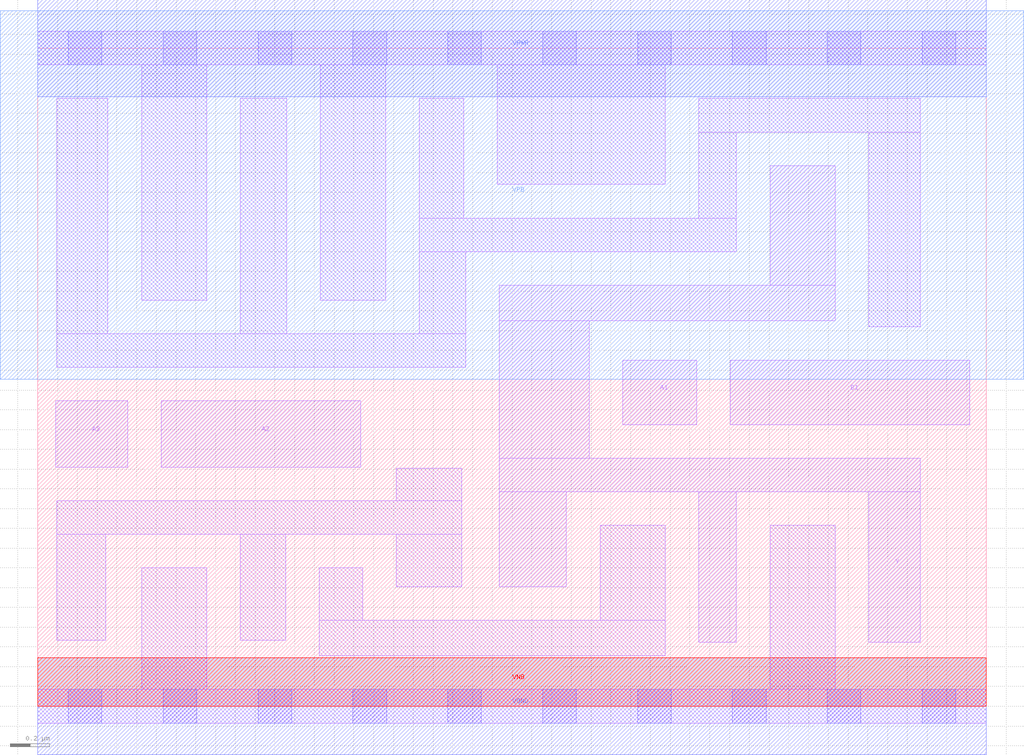
<source format=lef>
# Copyright 2020 The SkyWater PDK Authors
#
# Licensed under the Apache License, Version 2.0 (the "License");
# you may not use this file except in compliance with the License.
# You may obtain a copy of the License at
#
#     https://www.apache.org/licenses/LICENSE-2.0
#
# Unless required by applicable law or agreed to in writing, software
# distributed under the License is distributed on an "AS IS" BASIS,
# WITHOUT WARRANTIES OR CONDITIONS OF ANY KIND, either express or implied.
# See the License for the specific language governing permissions and
# limitations under the License.
#
# SPDX-License-Identifier: Apache-2.0

VERSION 5.7 ;
  NOWIREEXTENSIONATPIN ON ;
  DIVIDERCHAR "/" ;
  BUSBITCHARS "[]" ;
MACRO sky130_fd_sc_lp__a31oi_2
  CLASS CORE ;
  FOREIGN sky130_fd_sc_lp__a31oi_2 ;
  ORIGIN  0.000000  0.000000 ;
  SIZE  4.800000 BY  3.330000 ;
  SYMMETRY X Y R90 ;
  SITE unit ;
  PIN A1
    ANTENNAGATEAREA  0.630000 ;
    DIRECTION INPUT ;
    USE SIGNAL ;
    PORT
      LAYER li1 ;
        RECT 2.960000 1.425000 3.335000 1.750000 ;
    END
  END A1
  PIN A2
    ANTENNAGATEAREA  0.630000 ;
    DIRECTION INPUT ;
    USE SIGNAL ;
    PORT
      LAYER li1 ;
        RECT 0.625000 1.210000 1.635000 1.545000 ;
    END
  END A2
  PIN A3
    ANTENNAGATEAREA  0.630000 ;
    DIRECTION INPUT ;
    USE SIGNAL ;
    PORT
      LAYER li1 ;
        RECT 0.090000 1.210000 0.455000 1.545000 ;
    END
  END A3
  PIN B1
    ANTENNAGATEAREA  0.630000 ;
    DIRECTION INPUT ;
    USE SIGNAL ;
    PORT
      LAYER li1 ;
        RECT 3.505000 1.425000 4.715000 1.750000 ;
    END
  END B1
  PIN Y
    ANTENNADIFFAREA  1.037400 ;
    DIRECTION OUTPUT ;
    USE SIGNAL ;
    PORT
      LAYER li1 ;
        RECT 2.335000 0.605000 2.675000 1.085000 ;
        RECT 2.335000 1.085000 4.465000 1.255000 ;
        RECT 2.335000 1.255000 2.790000 1.950000 ;
        RECT 2.335000 1.950000 4.035000 2.130000 ;
        RECT 3.345000 0.325000 3.535000 1.085000 ;
        RECT 3.705000 2.130000 4.035000 2.735000 ;
        RECT 4.205000 0.325000 4.465000 1.085000 ;
    END
  END Y
  PIN VGND
    DIRECTION INOUT ;
    USE GROUND ;
    PORT
      LAYER met1 ;
        RECT 0.000000 -0.245000 4.800000 0.245000 ;
    END
  END VGND
  PIN VNB
    DIRECTION INOUT ;
    USE GROUND ;
    PORT
      LAYER pwell ;
        RECT 0.000000 0.000000 4.800000 0.245000 ;
    END
  END VNB
  PIN VPB
    DIRECTION INOUT ;
    USE POWER ;
    PORT
      LAYER nwell ;
        RECT -0.190000 1.655000 4.990000 3.520000 ;
    END
  END VPB
  PIN VPWR
    DIRECTION INOUT ;
    USE POWER ;
    PORT
      LAYER met1 ;
        RECT 0.000000 3.085000 4.800000 3.575000 ;
    END
  END VPWR
  OBS
    LAYER li1 ;
      RECT 0.000000 -0.085000 4.800000 0.085000 ;
      RECT 0.000000  3.245000 4.800000 3.415000 ;
      RECT 0.095000  0.335000 0.345000 0.870000 ;
      RECT 0.095000  0.870000 2.145000 1.040000 ;
      RECT 0.095000  1.715000 2.165000 1.885000 ;
      RECT 0.095000  1.885000 0.355000 3.075000 ;
      RECT 0.525000  0.085000 0.855000 0.700000 ;
      RECT 0.525000  2.055000 0.855000 3.245000 ;
      RECT 1.025000  0.335000 1.255000 0.870000 ;
      RECT 1.025000  1.885000 1.260000 3.075000 ;
      RECT 1.425000  0.255000 3.175000 0.435000 ;
      RECT 1.425000  0.435000 1.645000 0.700000 ;
      RECT 1.430000  2.055000 1.760000 3.245000 ;
      RECT 1.815000  0.605000 2.145000 0.870000 ;
      RECT 1.815000  1.040000 2.145000 1.205000 ;
      RECT 1.930000  1.885000 2.165000 2.300000 ;
      RECT 1.930000  2.300000 3.535000 2.470000 ;
      RECT 1.930000  2.470000 2.155000 3.075000 ;
      RECT 2.325000  2.640000 3.175000 3.245000 ;
      RECT 2.845000  0.435000 3.175000 0.915000 ;
      RECT 3.345000  2.470000 3.535000 2.905000 ;
      RECT 3.345000  2.905000 4.465000 3.075000 ;
      RECT 3.705000  0.085000 4.035000 0.915000 ;
      RECT 4.205000  1.920000 4.465000 2.905000 ;
    LAYER mcon ;
      RECT 0.155000 -0.085000 0.325000 0.085000 ;
      RECT 0.155000  3.245000 0.325000 3.415000 ;
      RECT 0.635000 -0.085000 0.805000 0.085000 ;
      RECT 0.635000  3.245000 0.805000 3.415000 ;
      RECT 1.115000 -0.085000 1.285000 0.085000 ;
      RECT 1.115000  3.245000 1.285000 3.415000 ;
      RECT 1.595000 -0.085000 1.765000 0.085000 ;
      RECT 1.595000  3.245000 1.765000 3.415000 ;
      RECT 2.075000 -0.085000 2.245000 0.085000 ;
      RECT 2.075000  3.245000 2.245000 3.415000 ;
      RECT 2.555000 -0.085000 2.725000 0.085000 ;
      RECT 2.555000  3.245000 2.725000 3.415000 ;
      RECT 3.035000 -0.085000 3.205000 0.085000 ;
      RECT 3.035000  3.245000 3.205000 3.415000 ;
      RECT 3.515000 -0.085000 3.685000 0.085000 ;
      RECT 3.515000  3.245000 3.685000 3.415000 ;
      RECT 3.995000 -0.085000 4.165000 0.085000 ;
      RECT 3.995000  3.245000 4.165000 3.415000 ;
      RECT 4.475000 -0.085000 4.645000 0.085000 ;
      RECT 4.475000  3.245000 4.645000 3.415000 ;
  END
END sky130_fd_sc_lp__a31oi_2
END LIBRARY

</source>
